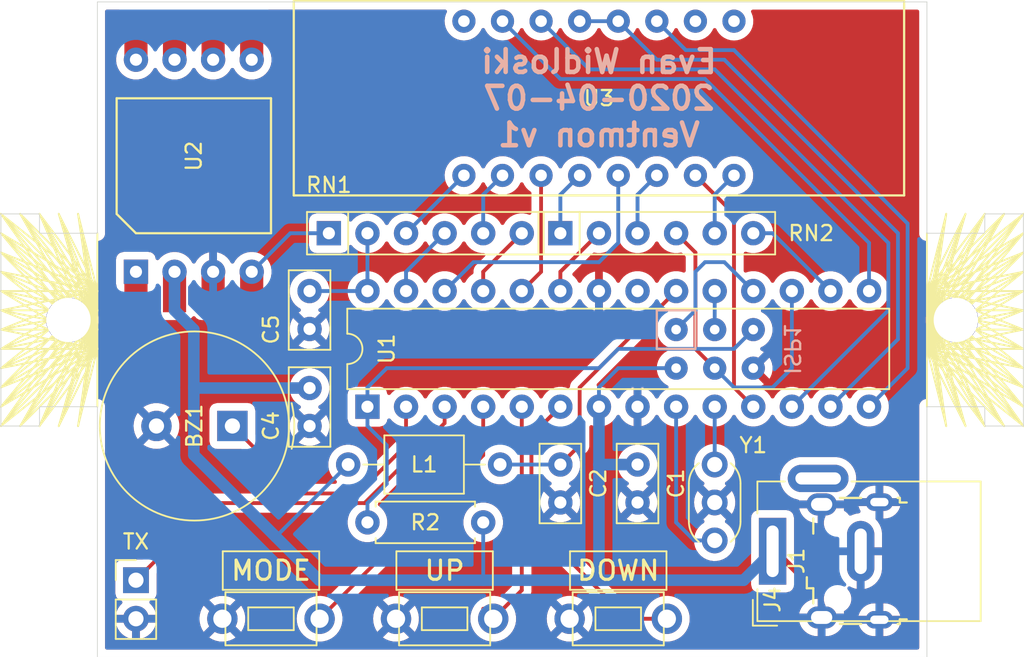
<source format=kicad_pcb>
(kicad_pcb (version 20200104) (host pcbnew "5.99.0-unknown-r17607-a0698723")
  (layers (0 "F.Cu" signal) (31 "B.Cu" signal) (34 "B.Paste" user) (35 "F.Paste" user) (36 "B.SilkS" user) (37 "F.SilkS" user) (38 "B.Mask" user) (39 "F.Mask" user) (44 "Edge.Cuts" user hide))
  (net 0 "")
  (net 1 "Net-(SW1-Pad1)")
  (net 2 "Net-(SW2-Pad1)")
  (net 3 "Net-(SW3-Pad1)")
  (net 4 "GND")
  (net 5 "+5V")
  (net 6 "/DIG4")
  (net 7 "/DIG3")
  (net 8 "/DIG:")
  (net 9 "Net-(RN1-Pad5)")
  (net 10 "/DIG2")
  (net 11 "Net-(RN1-Pad3)")
  (net 12 "/DIG1")
  (net 13 "Net-(RN1-Pad1)")
  (net 14 "Net-(U1-Pad10)")
  (net 15 "Net-(U1-Pad9)")
  (net 16 "/g")
  (net 17 "/a")
  (net 18 "/c")
  (net 19 "/f")
  (net 20 "/DP")
  (net 21 "/e")
  (net 22 "/d")
  (net 23 "/MISO")
  (net 24 "/PRES")
  (net 25 "Net-(J3-Pad1)")
  (net 26 "/RST")
  (net 27 "Net-(RN2-Pad5)")
  (net 28 "Net-(RN2-Pad1)")
  (net 29 "/SCK")
  (net 30 "Net-(BZ1-Pad1)")
  (net 31 "Net-(C2-Pad1)")
  (net 32 "Net-(RN2-Pad3)")
  (module "Resistor_THT:R_Array_SIP6" (layer "F.Cu") (at 147.32 76.2)
    (fp_text reference "RN2" (at 16.51 0) (layer "F.SilkS"))
    (fp_text value "680")
    (pad "6" thru_hole oval (at 12.7 0) (size 1.6 1.6) (drill 0.8) (layers *.Cu *.Mask) (net 6 "/DIG4"))
    (pad "5" thru_hole oval (at 10.16 0) (size 1.6 1.6) (drill 0.8) (layers *.Cu *.Mask) (net 27 "Net-(RN2-Pad5)"))
    (pad "4" thru_hole oval (at 7.62 0) (size 1.6 1.6) (drill 0.8) (layers *.Cu *.Mask) (net 7 "/DIG3"))
    (pad "3" thru_hole oval (at 5.08 0) (size 1.6 1.6) (drill 0.8) (layers *.Cu *.Mask) (net 32 "Net-(RN2-Pad3)"))
    (pad "2" thru_hole oval (at 2.54 0) (size 1.6 1.6) (drill 0.8) (layers *.Cu *.Mask) (net 8 "/DIG:"))
    (pad "1" thru_hole rect (at 0 0) (size 1.6 1.6) (drill 0.8) (layers *.Cu *.Mask) (net 28 "Net-(RN2-Pad1)"))
  )
  (module "Connector_USB:USB_Micro-B_Wuerth_629105150521" (layer "F.Cu") (at 166.37 97.79 90)
    (fp_text reference "J1" (at 0 -3.5 90) (layer "F.SilkS"))
    (fp_text value "USB_B_Micro")
    (pad "" np_thru_hole oval (at 2.5 -0.8 90) (size 0.8 0.8) (drill 0.8) (layers *.Cu *.Mask))
    (pad "" np_thru_hole oval (at -2.5 -0.8 90) (size 0.8 0.8) (drill 0.8) (layers *.Cu *.Mask))
    (pad "6" thru_hole oval (at 3.875 1.95 90) (size 1.15 1.8) (drill oval 0.55 1.2) (layers *.Cu *.Mask) (net 4 "GND"))
    (pad "6" thru_hole oval (at -3.875 1.95 90) (size 1.15 1.8) (drill oval 0.55 1.2) (layers *.Cu *.Mask) (net 4 "GND"))
    (pad "6" thru_hole oval (at 3.725 -1.85 90) (size 1.45 2) (drill oval 0.85 1.4) (layers *.Cu *.Mask) (net 4 "GND"))
    (pad "6" thru_hole oval (at -3.725 -1.85 90) (size 1.45 2) (drill oval 0.85 1.4) (layers *.Cu *.Mask) (net 4 "GND"))
    (pad "5" smd rect (at 1.3 -1.9 90) (size 0.45 1.3) (layers "F.Cu" "F.Paste" "F.Mask") (net 4 "GND"))
    (pad "4" smd rect (at 0.65 -1.9 90) (size 0.45 1.3) (layers "F.Cu" "F.Paste" "F.Mask"))
    (pad "3" smd rect (at 0 -1.9 90) (size 0.45 1.3) (layers "F.Cu" "F.Paste" "F.Mask"))
    (pad "2" smd rect (at -0.65 -1.9 90) (size 0.45 1.3) (layers "F.Cu" "F.Paste" "F.Mask"))
    (pad "1" smd rect (at -1.3 -1.9 90) (size 0.45 1.3) (layers "F.Cu" "F.Paste" "F.Mask") (net 5 "+5V"))
  )
  (module "Inductor_THT:L_Axial_L5.0mm_D3.6mm_P10.00mm_Horizontal_Murata_BL01RN1A2A2" (layer "F.Cu") (at 133.35 91.44)
    (fp_text reference "L1" (at 5 0) (layer "F.SilkS"))
    (fp_text value "L")
    (pad "2" thru_hole oval (at 10 0) (size 1.6 1.6) (drill 0.85) (layers *.Cu *.Mask) (net 31 "Net-(C2-Pad1)"))
    (pad "1" thru_hole circle (at 0 0) (size 1.6 1.6) (drill 0.85) (layers *.Cu *.Mask) (net 5 "+5V"))
  )
  (module "Capacitor_THT:C_Disc_D5.0mm_W2.5mm_P2.50mm" (layer "F.Cu") (at 147.32 91.44 -90)
    (fp_text reference "C2" (at 1.25 -2.5 90) (layer "F.SilkS"))
    (fp_text value "C")
    (pad "2" thru_hole circle (at 2.5 0 270) (size 1.6 1.6) (drill 0.8) (layers *.Cu *.Mask) (net 4 "GND"))
    (pad "1" thru_hole circle (at 0 0 270) (size 1.6 1.6) (drill 0.8) (layers *.Cu *.Mask) (net 31 "Net-(C2-Pad1)"))
  )
  (module "Resistor_THT:R_Array_SIP6" (layer "F.Cu") (at 132.08 76.2)
    (fp_text reference "RN1" (at 0 -3.175) (layer "F.SilkS"))
    (fp_text value "680")
    (pad "6" thru_hole oval (at 12.7 0) (size 1.6 1.6) (drill 0.8) (layers *.Cu *.Mask) (net 10 "/DIG2"))
    (pad "5" thru_hole oval (at 10.16 0) (size 1.6 1.6) (drill 0.8) (layers *.Cu *.Mask) (net 9 "Net-(RN1-Pad5)"))
    (pad "4" thru_hole oval (at 7.62 0) (size 1.6 1.6) (drill 0.8) (layers *.Cu *.Mask) (net 12 "/DIG1"))
    (pad "3" thru_hole oval (at 5.08 0) (size 1.6 1.6) (drill 0.8) (layers *.Cu *.Mask) (net 11 "Net-(RN1-Pad3)"))
    (pad "2" thru_hole oval (at 2.54 0) (size 1.6 1.6) (drill 0.8) (layers *.Cu *.Mask) (net 24 "/PRES"))
    (pad "1" thru_hole rect (at 0 0) (size 1.6 1.6) (drill 0.8) (layers *.Cu *.Mask) (net 13 "Net-(RN1-Pad1)"))
  )
  (module "Capacitor_THT:C_Disc_D5.0mm_W2.5mm_P2.50mm" (layer "F.Cu") (at 130.81 80.01 -90)
    (fp_text reference "C5" (at 2.54 2.54 90) (layer "F.SilkS"))
    (fp_text value "C")
    (pad "2" thru_hole circle (at 2.5 0 270) (size 1.6 1.6) (drill 0.8) (layers *.Cu *.Mask) (net 4 "GND"))
    (pad "1" thru_hole circle (at 0 0 270) (size 1.6 1.6) (drill 0.8) (layers *.Cu *.Mask) (net 24 "/PRES"))
  )
  (module "Resistor_THT:R_Axial_DIN0207_L6.3mm_D2.5mm_P7.62mm_Horizontal" (layer "F.Cu") (at 142.24 95.25 180)
    (fp_text reference "R2" (at 3.81 0) (layer "F.SilkS"))
    (fp_text value "10k" hide)
    (pad "2" thru_hole oval (at 7.62 0 180) (size 1.6 1.6) (drill 0.8) (layers *.Cu *.Mask) (net 26 "/RST"))
    (pad "1" thru_hole circle (at 0 0 180) (size 1.6 1.6) (drill 0.8) (layers *.Cu *.Mask) (net 5 "+5V"))
  )
  (module "common:DIPSOP-8_W550thou" (layer "F.Cu") (at 119.38 78.74 90)
    (fp_text reference "U2" (at 7.62 3.81 90) (layer "F.SilkS"))
    (fp_text value "MPXV5010")
    (pad "8" smd rect (at 15.367 0 90) (size 2.54 1.524) (layers "F.Cu" "F.Paste" "F.Mask"))
    (pad "7" smd rect (at 15.367 2.54 90) (size 2.54 1.524) (layers "F.Cu" "F.Paste" "F.Mask"))
    (pad "6" smd rect (at 15.367 5.08 90) (size 2.54 1.524) (layers "F.Cu" "F.Paste" "F.Mask"))
    (pad "5" smd rect (at 15.367 7.62 90) (size 2.54 1.524) (layers "F.Cu" "F.Paste" "F.Mask"))
    (pad "4" smd rect (at -1.397 7.62 90) (size 2.54 1.524) (layers "F.Cu" "F.Paste" "F.Mask") (net 13 "Net-(RN1-Pad1)"))
    (pad "3" smd rect (at -1.397 5.08 90) (size 2.54 1.524) (layers "F.Cu" "F.Paste" "F.Mask") (net 4 "GND"))
    (pad "2" smd rect (at -1.397 2.54 90) (size 2.54 1.524) (layers "F.Cu" "F.Paste" "F.Mask") (net 5 "+5V"))
    (pad "1" smd rect (at -1.397 0 90) (size 2.54 1.524) (layers "F.Cu" "F.Paste" "F.Mask"))
    (pad "1" thru_hole rect (at 0 0 90) (size 1.6 1.6) (drill 0.8) (layers *.Cu *.Mask))
    (pad "5" thru_hole oval (at 13.97 7.62 90) (size 1.6 1.6) (drill 0.8) (layers *.Cu *.Mask))
    (pad "2" thru_hole oval (at 0 2.54 90) (size 1.6 1.6) (drill 0.8) (layers *.Cu *.Mask) (net 5 "+5V"))
    (pad "6" thru_hole oval (at 13.97 5.08 90) (size 1.6 1.6) (drill 0.8) (layers *.Cu *.Mask))
    (pad "3" thru_hole oval (at 0 5.08 90) (size 1.6 1.6) (drill 0.8) (layers *.Cu *.Mask) (net 4 "GND"))
    (pad "7" thru_hole oval (at 13.97 2.54 90) (size 1.6 1.6) (drill 0.8) (layers *.Cu *.Mask))
    (pad "4" thru_hole oval (at 0 7.62 90) (size 1.6 1.6) (drill 0.8) (layers *.Cu *.Mask) (net 13 "Net-(RN1-Pad1)"))
    (pad "8" thru_hole oval (at 13.97 0 90) (size 1.6 1.6) (drill 0.8) (layers *.Cu *.Mask))
  )
  (module "common:PTS636 SK43 LFS" (layer "F.Cu") (at 128.27 101.6 180)
    (fp_text reference "SW1" hide)
    (fp_text value "MODE")
    (pad "4" thru_hole circle (at 3.2 0 180) (size 2 2) (drill 1.2) (layers *.Cu *.Mask) (net 4 "GND"))
    (pad "1" thru_hole circle (at -3.2 0 180) (size 2 2) (drill 1.2) (layers *.Cu *.Mask) (net 1 "Net-(SW1-Pad1)"))
  )
  (module "common:PTS636 SK43 LFS" (layer "F.Cu") (at 139.7 101.6 180)
    (fp_text reference "SW2" hide)
    (fp_text value "UP")
    (pad "4" thru_hole circle (at 3.2 0 180) (size 2 2) (drill 1.2) (layers *.Cu *.Mask) (net 4 "GND"))
    (pad "1" thru_hole circle (at -3.2 0 180) (size 2 2) (drill 1.2) (layers *.Cu *.Mask) (net 2 "Net-(SW2-Pad1)"))
  )
  (module "common:PTS636 SK43 LFS" (layer "F.Cu") (at 151.13 101.6 180)
    (fp_text reference "SW3" hide)
    (fp_text value "DOWN")
    (pad "4" thru_hole circle (at 3.2 0 180) (size 2 2) (drill 1.2) (layers *.Cu *.Mask) (net 4 "GND"))
    (pad "1" thru_hole circle (at -3.2 0 180) (size 2 2) (drill 1.2) (layers *.Cu *.Mask) (net 3 "Net-(SW3-Pad1)"))
  )
  (module "common:ISP_POGO" (layer "B.Cu") (at 154.94 82.55 -90)
    (fp_text reference "ISP1" (at 1.27 -7.62 -90 unlocked) (layer "B.SilkS") (effects (justify mirror)))
    (fp_text value "AVR-ISP-6")
    (pad "6" thru_hole circle (at 2.54 -5.08 270) (size 1.524 1.524) (drill 0.635) (layers *.Cu *.Mask) (net 4 "GND"))
    (pad "5" thru_hole circle (at 0 -5.08 270) (size 1.524 1.524) (drill 0.635) (layers *.Cu *.Mask) (net 26 "/RST"))
    (pad "4" thru_hole circle (at 2.54 -2.54 270) (size 1.524 1.524) (drill 0.635) (layers *.Cu *.Mask) (net 7 "/DIG3"))
    (pad "3" thru_hole circle (at 0 -2.54 270) (size 1.524 1.524) (drill 0.635) (layers *.Cu *.Mask) (net 29 "/SCK"))
    (pad "2" thru_hole circle (at 2.54 0 270) (size 1.524 1.524) (drill 0.635) (layers *.Cu *.Mask) (net 5 "+5V"))
    (pad "1" thru_hole circle (at 0 0 270) (size 1.524 1.524) (drill 0.635) (layers *.Cu *.Mask) (net 23 "/MISO"))
  )
  (module "Connector_BarrelJack:BarrelJack_Wuerth_6941xx301002" (layer "F.Cu") (at 161.29 97.155 90)
    (fp_text reference "J4" (at -3.175 0 90) (layer "F.SilkS"))
    (fp_text value "Barrel_Jack")
    (pad "1" thru_hole rect (at 0 0 90) (size 4.4 1.8) (drill oval 3.4 0.8) (layers *.Cu *.Mask) (net 5 "+5V"))
    (pad "2" thru_hole oval (at 0 5.8 90) (size 4 1.8) (drill oval 3 0.8) (layers *.Cu *.Mask) (net 4 "GND"))
    (pad "3" thru_hole oval (at 4.8 3 180) (size 4 1.8) (drill oval 3 0.8) (layers *.Cu *.Mask))
  )
  (module "Package_DIP:DIP-28_W7.62mm" (layer "F.Cu") (at 134.62 87.63 90)
    (fp_text reference "U1" (at 3.81 1.27 90) (layer "F.SilkS"))
    (fp_text value "ATmega328P-PU")
    (pad "28" thru_hole oval (at 7.62 0 90) (size 1.6 1.6) (drill 0.8) (layers *.Cu *.Mask) (net 24 "/PRES"))
    (pad "14" thru_hole oval (at 0 33.02 90) (size 1.6 1.6) (drill 0.8) (layers *.Cu *.Mask) (net 19 "/f"))
    (pad "27" thru_hole oval (at 7.62 2.54 90) (size 1.6 1.6) (drill 0.8) (layers *.Cu *.Mask) (net 12 "/DIG1"))
    (pad "13" thru_hole oval (at 0 30.48 90) (size 1.6 1.6) (drill 0.8) (layers *.Cu *.Mask) (net 18 "/c"))
    (pad "26" thru_hole oval (at 7.62 5.08 90) (size 1.6 1.6) (drill 0.8) (layers *.Cu *.Mask) (net 21 "/e"))
    (pad "12" thru_hole oval (at 0 27.94 90) (size 1.6 1.6) (drill 0.8) (layers *.Cu *.Mask) (net 17 "/a"))
    (pad "25" thru_hole oval (at 7.62 7.62 90) (size 1.6 1.6) (drill 0.8) (layers *.Cu *.Mask) (net 10 "/DIG2"))
    (pad "11" thru_hole oval (at 0 25.4 90) (size 1.6 1.6) (drill 0.8) (layers *.Cu *.Mask) (net 20 "/DP"))
    (pad "24" thru_hole oval (at 7.62 10.16 90) (size 1.6 1.6) (drill 0.8) (layers *.Cu *.Mask) (net 22 "/d"))
    (pad "10" thru_hole oval (at 0 22.86 90) (size 1.6 1.6) (drill 0.8) (layers *.Cu *.Mask) (net 14 "Net-(U1-Pad10)"))
    (pad "23" thru_hole oval (at 7.62 12.7 90) (size 1.6 1.6) (drill 0.8) (layers *.Cu *.Mask) (net 8 "/DIG:"))
    (pad "9" thru_hole oval (at 0 20.32 90) (size 1.6 1.6) (drill 0.8) (layers *.Cu *.Mask) (net 15 "Net-(U1-Pad9)"))
    (pad "22" thru_hole oval (at 7.62 15.24 90) (size 1.6 1.6) (drill 0.8) (layers *.Cu *.Mask) (net 4 "GND"))
    (pad "8" thru_hole oval (at 0 17.78 90) (size 1.6 1.6) (drill 0.8) (layers *.Cu *.Mask) (net 4 "GND"))
    (pad "21" thru_hole oval (at 7.62 17.78 90) (size 1.6 1.6) (drill 0.8) (layers *.Cu *.Mask))
    (pad "7" thru_hole oval (at 0 15.24 90) (size 1.6 1.6) (drill 0.8) (layers *.Cu *.Mask) (net 5 "+5V"))
    (pad "20" thru_hole oval (at 7.62 20.32 90) (size 1.6 1.6) (drill 0.8) (layers *.Cu *.Mask) (net 31 "Net-(C2-Pad1)"))
    (pad "6" thru_hole oval (at 0 12.7 90) (size 1.6 1.6) (drill 0.8) (layers *.Cu *.Mask) (net 3 "Net-(SW3-Pad1)"))
    (pad "19" thru_hole oval (at 7.62 22.86 90) (size 1.6 1.6) (drill 0.8) (layers *.Cu *.Mask) (net 29 "/SCK"))
    (pad "5" thru_hole oval (at 0 10.16 90) (size 1.6 1.6) (drill 0.8) (layers *.Cu *.Mask) (net 2 "Net-(SW2-Pad1)"))
    (pad "18" thru_hole oval (at 7.62 25.4 90) (size 1.6 1.6) (drill 0.8) (layers *.Cu *.Mask) (net 23 "/MISO"))
    (pad "4" thru_hole oval (at 0 7.62 90) (size 1.6 1.6) (drill 0.8) (layers *.Cu *.Mask) (net 1 "Net-(SW1-Pad1)"))
    (pad "17" thru_hole oval (at 7.62 27.94 90) (size 1.6 1.6) (drill 0.8) (layers *.Cu *.Mask) (net 7 "/DIG3"))
    (pad "3" thru_hole oval (at 0 5.08 90) (size 1.6 1.6) (drill 0.8) (layers *.Cu *.Mask) (net 25 "Net-(J3-Pad1)"))
    (pad "16" thru_hole oval (at 7.62 30.48 90) (size 1.6 1.6) (drill 0.8) (layers *.Cu *.Mask) (net 6 "/DIG4"))
    (pad "2" thru_hole oval (at 0 2.54 90) (size 1.6 1.6) (drill 0.8) (layers *.Cu *.Mask) (net 30 "Net-(BZ1-Pad1)"))
    (pad "15" thru_hole oval (at 7.62 33.02 90) (size 1.6 1.6) (drill 0.8) (layers *.Cu *.Mask) (net 16 "/g"))
    (pad "1" thru_hole rect (at 0 0 90) (size 1.6 1.6) (drill 0.8) (layers *.Cu *.Mask) (net 26 "/RST"))
  )
  (module "Connector_PinHeader_2.54mm:PinHeader_1x02_P2.54mm_Vertical" (layer "F.Cu") (at 119.38 99.06)
    (fp_text reference "TX" (at 0 -2.54) (layer "F.SilkS"))
    (fp_text value "CONSOLE")
    (pad "2" thru_hole oval (at 0 2.54) (size 1.7 1.7) (drill 1) (layers *.Cu *.Mask) (net 4 "GND"))
    (pad "1" thru_hole rect (at 0 0) (size 1.7 1.7) (drill 1) (layers *.Cu *.Mask) (net 25 "Net-(J3-Pad1)"))
  )
  (module "Buzzer_Beeper:Buzzer_TDK_PS1240P02BT_D12.2mm_H6.5mm" (layer "F.Cu") (at 125.73 88.9 180)
    (fp_text reference "BZ1" (at 2.5 0 90) (layer "F.SilkS"))
    (fp_text value "Piezo")
    (pad "2" thru_hole circle (at 5 0 180) (size 2 2) (drill 1) (layers *.Cu *.Mask) (net 4 "GND"))
    (pad "1" thru_hole rect (at 0 0 180) (size 2 2) (drill 1) (layers *.Cu *.Mask) (net 30 "Net-(BZ1-Pad1)"))
  )
  (module "Capacitor_THT:C_Disc_D5.0mm_W2.5mm_P2.50mm" (layer "F.Cu") (at 130.81 86.4 -90)
    (fp_text reference "C4" (at 2.5 2.54 90) (layer "F.SilkS"))
    (fp_text value "C")
    (pad "2" thru_hole circle (at 2.5 0 270) (size 1.6 1.6) (drill 0.8) (layers *.Cu *.Mask) (net 4 "GND"))
    (pad "1" thru_hole circle (at 0 0 270) (size 1.6 1.6) (drill 0.8) (layers *.Cu *.Mask) (net 5 "+5V"))
  )
  (module "common:LTC-4627" (layer "F.Cu") (at 149.86 67.31)
    (fp_text reference "U3" (at 0 0 unlocked) (layer "F.SilkS"))
    (fp_text value "LTC-4627")
    (pad "16" thru_hole circle (at -8.89 -5.08) (size 1.524 1.524) (drill 0.762) (layers *.Cu *.Mask))
    (pad "15" thru_hole circle (at -6.35 -5.08) (size 1.524 1.524) (drill 0.762) (layers *.Cu *.Mask) (net 16 "/g"))
    (pad "14" thru_hole circle (at -3.81 -5.08) (size 1.524 1.524) (drill 0.762) (layers *.Cu *.Mask) (net 17 "/a"))
    (pad "13" thru_hole circle (at -1.27 -5.08) (size 1.524 1.524) (drill 0.762) (layers *.Cu *.Mask) (net 18 "/c"))
    (pad "12" thru_hole circle (at 1.27 -5.08) (size 1.524 1.524) (drill 0.762) (layers *.Cu *.Mask) (net 18 "/c"))
    (pad "11" thru_hole circle (at 3.81 -5.08) (size 1.524 1.524) (drill 0.762) (layers *.Cu *.Mask) (net 19 "/f"))
    (pad "10" thru_hole circle (at 6.35 -5.08) (size 1.524 1.524) (drill 0.762) (layers *.Cu *.Mask))
    (pad "9" thru_hole circle (at 8.89 -5.08) (size 1.524 1.524) (drill 0.762) (layers *.Cu *.Mask))
    (pad "8" thru_hole circle (at 8.89 5.08) (size 1.524 1.524) (drill 0.762) (layers *.Cu *.Mask) (net 27 "Net-(RN2-Pad5)"))
    (pad "7" thru_hole circle (at 6.35 5.08) (size 1.524 1.524) (drill 0.762) (layers *.Cu *.Mask) (net 20 "/DP"))
    (pad "6" thru_hole circle (at 3.81 5.08) (size 1.524 1.524) (drill 0.762) (layers *.Cu *.Mask) (net 32 "Net-(RN2-Pad3)"))
    (pad "5" thru_hole circle (at 1.27 5.08) (size 1.524 1.524) (drill 0.762) (layers *.Cu *.Mask) (net 21 "/e"))
    (pad "4" thru_hole circle (at -1.27 5.08) (size 1.524 1.524) (drill 0.762) (layers *.Cu *.Mask) (net 28 "Net-(RN2-Pad1)"))
    (pad "3" thru_hole circle (at -3.81 5.08) (size 1.524 1.524) (drill 0.762) (layers *.Cu *.Mask) (net 22 "/d"))
    (pad "2" thru_hole circle (at -6.35 5.08) (size 1.524 1.524) (drill 0.762) (layers *.Cu *.Mask) (net 9 "Net-(RN1-Pad5)"))
    (pad "1" thru_hole circle (at -8.89 5.08) (size 1.524 1.524) (drill 0.762) (layers *.Cu *.Mask) (net 11 "Net-(RN1-Pad3)"))
  )
  (module "Capacitor_THT:C_Disc_D5.0mm_W2.5mm_P2.50mm" (layer "F.Cu") (at 152.4 91.44 -90)
    (fp_text reference "C1" (at 1.25 -2.54 90) (layer "F.SilkS"))
    (fp_text value "C")
    (pad "2" thru_hole circle (at 2.5 0 270) (size 1.6 1.6) (drill 0.8) (layers *.Cu *.Mask) (net 4 "GND"))
    (pad "1" thru_hole circle (at 0 0 270) (size 1.6 1.6) (drill 0.8) (layers *.Cu *.Mask) (net 5 "+5V"))
  )
  (module "Crystal:Resonator_muRata_CSTLSxxxX-3Pin_W5.5mm_H3.0mm" (layer "F.Cu") (at 157.48 91.44 -90)
    (fp_text reference "Y1" (at -1.27 -2.54) (layer "F.SilkS"))
    (fp_text value "Resonator_Small" hide)
    (pad "3" thru_hole circle (at 5 0 270) (size 1.7 1.7) (drill 1) (layers *.Cu *.Mask) (net 15 "Net-(U1-Pad9)"))
    (pad "2" thru_hole circle (at 2.5 0 270) (size 1.7 1.7) (drill 1) (layers *.Cu *.Mask) (net 4 "GND"))
    (pad "1" thru_hole circle (at 0 0 270) (size 1.7 1.7) (drill 1) (layers *.Cu *.Mask) (net 14 "Net-(U1-Pad10)"))
  )
  (gr_line (start 177.8 74.93) (end 171.45 83.82) (layer "F.SilkS") (width 0.12))
  (gr_line (start 176.53 74.93) (end 171.45 83.82) (layer "F.SilkS") (width 0.12))
  (gr_line (start 175.26 74.93) (end 171.45 83.82) (layer "F.SilkS") (width 0.12))
  (gr_line (start 116.84 83.82) (end 115.57 74.93) (layer "F.SilkS") (width 0.12))
  (gr_line (start 116.84 82.55) (end 115.57 74.93) (layer "F.SilkS") (width 0.12))
  (gr_line (start 116.84 80.01) (end 115.57 74.93) (layer "F.SilkS") (width 0.12))
  (gr_line (start 116.84 81.28) (end 115.57 74.93) (layer "F.SilkS") (width 0.12))
  (gr_line (start 116.84 80.01) (end 115.57 88.9) (layer "F.SilkS") (width 0.12))
  (gr_line (start 115.57 88.9) (end 116.84 81.28) (layer "F.SilkS") (width 0.12))
  (gr_line (start 116.84 82.55) (end 115.57 88.9) (layer "F.SilkS") (width 0.12))
  (gr_line (start 115.57 88.9) (end 116.84 83.82) (layer "F.SilkS") (width 0.12))
  (gr_line (start 116.84 80.01) (end 113.03 88.9) (layer "F.SilkS") (width 0.12))
  (gr_line (start 116.84 80.01) (end 111.76 88.9) (layer "F.SilkS") (width 0.12))
  (gr_line (start 116.84 80.01) (end 110.49 88.9) (layer "F.SilkS") (width 0.12))
  (gr_line (start 171.45 80.01) (end 172.72 88.9) (layer "F.SilkS") (width 0.12))
  (gr_line (start 172.72 88.9) (end 171.45 81.28) (layer "F.SilkS") (width 0.12))
  (gr_line (start 171.45 82.55) (end 172.72 88.9) (layer "F.SilkS") (width 0.12))
  (gr_line (start 172.72 88.9) (end 171.45 83.82) (layer "F.SilkS") (width 0.12))
  (gr_line (start 172.72 74.93) (end 171.45 83.82) (layer "F.SilkS") (width 0.12))
  (gr_line (start 171.45 82.55) (end 172.72 74.93) (layer "F.SilkS") (width 0.12))
  (gr_line (start 172.72 74.93) (end 171.45 81.28) (layer "F.SilkS") (width 0.12))
  (gr_line (start 171.45 80.01) (end 172.72 74.93) (layer "F.SilkS") (width 0.12))
  (gr_line (start 171.45 83.82) (end 177.8 78.74) (layer "F.SilkS") (width 0.12))
  (gr_line (start 171.45 81.28) (end 175.26 88.9) (layer "F.SilkS") (width 0.12))
  (gr_line (start 171.45 81.28) (end 177.8 86.36) (layer "F.SilkS") (width 0.12))
  (gr_line (start 171.45 80.01) (end 173.99 88.9) (layer "F.SilkS") (width 0.12))
  (gr_line (start 171.45 80.01) (end 177.8 78.74) (layer "F.SilkS") (width 0.12))
  (gr_line (start 171.45 81.28) (end 176.53 88.9) (layer "F.SilkS") (width 0.12))
  (gr_line (start 171.45 82.55) (end 176.53 88.9) (layer "F.SilkS") (width 0.12))
  (gr_line (start 171.45 80.01) (end 176.53 88.9) (layer "F.SilkS") (width 0.12))
  (gr_line (start 171.45 83.82) (end 176.53 88.9) (layer "F.SilkS") (width 0.12))
  (gr_line (start 171.45 81.28) (end 175.26 74.93) (layer "F.SilkS") (width 0.12))
  (gr_line (start 171.45 80.01) (end 176.53 74.93) (layer "F.SilkS") (width 0.12))
  (gr_line (start 171.45 81.28) (end 177.8 78.74) (layer "F.SilkS") (width 0.12))
  (gr_line (start 171.45 80.01) (end 177.8 83.82) (layer "F.SilkS") (width 0.12))
  (gr_line (start 171.45 83.82) (end 177.8 87.63) (layer "F.SilkS") (width 0.12))
  (gr_line (start 171.45 82.55) (end 173.99 88.9) (layer "F.SilkS") (width 0.12))
  (gr_line (start 171.45 82.55) (end 177.8 76.2) (layer "F.SilkS") (width 0.12))
  (gr_line (start 171.45 81.28) (end 173.99 74.93) (layer "F.SilkS") (width 0.12))
  (gr_line (start 171.45 82.55) (end 177.8 83.82) (layer "F.SilkS") (width 0.12))
  (gr_line (start 171.45 83.82) (end 175.26 88.9) (layer "F.SilkS") (width 0.12))
  (gr_line (start 171.45 82.55) (end 177.8 81.28) (layer "F.SilkS") (width 0.12))
  (gr_line (start 177.8 88.9) (end 171.45 80.01) (layer "F.SilkS") (width 0.12))
  (gr_line (start 171.45 80.01) (end 177.8 76.2) (layer "F.SilkS") (width 0.12))
  (gr_line (start 171.45 82.55) (end 176.53 74.93) (layer "F.SilkS") (width 0.12))
  (gr_line (start 171.45 82.55) (end 177.8 85.09) (layer "F.SilkS") (width 0.12))
  (gr_line (start 171.45 81.28) (end 173.99 88.9) (layer "F.SilkS") (width 0.12))
  (gr_line (start 171.45 82.55) (end 175.26 88.9) (layer "F.SilkS") (width 0.12))
  (gr_line (start 175.26 88.9) (end 171.45 80.01) (layer "F.SilkS") (width 0.12))
  (gr_line (start 171.45 83.82) (end 177.8 86.36) (layer "F.SilkS") (width 0.12))
  (gr_line (start 171.45 82.55) (end 177.8 87.63) (layer "F.SilkS") (width 0.12))
  (gr_line (start 171.45 82.55) (end 177.8 80.01) (layer "F.SilkS") (width 0.12))
  (gr_line (start 171.45 80.01) (end 177.8 82.55) (layer "F.SilkS") (width 0.12))
  (gr_line (start 171.45 82.55) (end 177.8 86.36) (layer "F.SilkS") (width 0.12))
  (gr_line (start 171.45 83.82) (end 177.8 83.82) (layer "F.SilkS") (width 0.12))
  (gr_line (start 171.45 81.28) (end 177.8 74.93) (layer "F.SilkS") (width 0.12))
  (gr_line (start 171.45 83.82) (end 177.8 77.47) (layer "F.SilkS") (width 0.12))
  (gr_line (start 171.45 80.01) (end 173.99 74.93) (layer "F.SilkS") (width 0.12))
  (gr_line (start 171.45 82.55) (end 177.8 74.93) (layer "F.SilkS") (width 0.12))
  (gr_line (start 171.45 81.28) (end 177.8 83.82) (layer "F.SilkS") (width 0.12))
  (gr_line (start 171.45 81.28) (end 177.8 85.09) (layer "F.SilkS") (width 0.12))
  (gr_line (start 171.45 83.82) (end 177.8 82.55) (layer "F.SilkS") (width 0.12))
  (gr_line (start 171.45 82.55) (end 177.8 82.55) (layer "F.SilkS") (width 0.12))
  (gr_line (start 171.45 80.01) (end 175.26 74.93) (layer "F.SilkS") (width 0.12))
  (gr_line (start 171.45 83.82) (end 177.8 88.9) (layer "F.SilkS") (width 0.12))
  (gr_line (start 171.45 83.82) (end 177.8 76.2) (layer "F.SilkS") (width 0.12))
  (gr_line (start 171.45 81.28) (end 177.8 80.01) (layer "F.SilkS") (width 0.12))
  (gr_line (start 171.45 81.28) (end 177.8 88.9) (layer "F.SilkS") (width 0.12))
  (gr_line (start 171.45 82.55) (end 175.26 74.93) (layer "F.SilkS") (width 0.12))
  (gr_line (start 171.45 80.01) (end 177.8 85.09) (layer "F.SilkS") (width 0.12))
  (gr_line (start 171.45 80.01) (end 177.8 80.01) (layer "F.SilkS") (width 0.12))
  (gr_line (start 171.45 80.01) (end 177.8 81.28) (layer "F.SilkS") (width 0.12))
  (gr_line (start 171.45 83.82) (end 177.8 80.01) (layer "F.SilkS") (width 0.12))
  (gr_line (start 171.45 82.55) (end 173.99 74.93) (layer "F.SilkS") (width 0.12))
  (gr_line (start 171.45 83.82) (end 173.99 74.93) (layer "F.SilkS") (width 0.12))
  (gr_line (start 171.45 81.28) (end 177.8 76.2) (layer "F.SilkS") (width 0.12))
  (gr_line (start 171.45 82.55) (end 177.8 88.9) (layer "F.SilkS") (width 0.12))
  (gr_line (start 171.45 81.28) (end 177.8 77.47) (layer "F.SilkS") (width 0.12))
  (gr_line (start 171.45 81.28) (end 176.53 74.93) (layer "F.SilkS") (width 0.12))
  (gr_line (start 177.8 86.36) (end 171.45 80.01) (layer "F.SilkS") (width 0.12))
  (gr_line (start 171.45 80.01) (end 177.8 77.47) (layer "F.SilkS") (width 0.12))
  (gr_line (start 171.45 81.28) (end 177.8 87.63) (layer "F.SilkS") (width 0.12))
  (gr_line (start 171.45 81.28) (end 177.8 81.28) (layer "F.SilkS") (width 0.12))
  (gr_line (start 171.45 83.82) (end 177.8 81.28) (layer "F.SilkS") (width 0.12))
  (gr_line (start 171.45 82.55) (end 177.8 77.47) (layer "F.SilkS") (width 0.12))
  (gr_line (start 171.45 83.82) (end 173.99 88.9) (layer "F.SilkS") (width 0.12))
  (gr_line (start 171.45 80.01) (end 177.8 87.63) (layer "F.SilkS") (width 0.12))
  (gr_line (start 171.45 80.01) (end 177.8 74.93) (layer "F.SilkS") (width 0.12))
  (gr_line (start 171.45 83.82) (end 177.8 85.09) (layer "F.SilkS") (width 0.12))
  (gr_line (start 171.45 81.28) (end 177.8 82.55) (layer "F.SilkS") (width 0.12))
  (gr_line (start 171.45 82.55) (end 177.8 78.74) (layer "F.SilkS") (width 0.12))
  (gr_line (start 116.84 80.01) (end 110.49 85.09) (layer "F.SilkS") (width 0.12))
  (gr_line (start 116.84 82.55) (end 113.03 74.93) (layer "F.SilkS") (width 0.12))
  (gr_line (start 116.84 82.55) (end 110.49 77.47) (layer "F.SilkS") (width 0.12))
  (gr_line (start 116.84 83.82) (end 114.3 74.93) (layer "F.SilkS") (width 0.12))
  (gr_line (start 116.84 83.82) (end 110.49 85.09) (layer "F.SilkS") (width 0.12))
  (gr_line (start 116.84 82.55) (end 111.76 74.93) (layer "F.SilkS") (width 0.12))
  (gr_line (start 116.84 81.28) (end 111.76 74.93) (layer "F.SilkS") (width 0.12))
  (gr_line (start 116.84 83.82) (end 111.76 74.93) (layer "F.SilkS") (width 0.12))
  (gr_line (start 116.84 80.01) (end 111.76 74.93) (layer "F.SilkS") (width 0.12))
  (gr_line (start 116.84 82.55) (end 113.03 88.9) (layer "F.SilkS") (width 0.12))
  (gr_line (start 116.84 83.82) (end 111.76 88.9) (layer "F.SilkS") (width 0.12))
  (gr_line (start 116.84 82.55) (end 110.49 85.09) (layer "F.SilkS") (width 0.12))
  (gr_line (start 116.84 83.82) (end 110.49 80.01) (layer "F.SilkS") (width 0.12))
  (gr_line (start 116.84 80.01) (end 110.49 76.2) (layer "F.SilkS") (width 0.12))
  (gr_line (start 116.84 81.28) (end 114.3 74.93) (layer "F.SilkS") (width 0.12))
  (gr_line (start 116.84 81.28) (end 110.49 87.63) (layer "F.SilkS") (width 0.12))
  (gr_line (start 116.84 82.55) (end 114.3 88.9) (layer "F.SilkS") (width 0.12))
  (gr_line (start 116.84 81.28) (end 110.49 80.01) (layer "F.SilkS") (width 0.12))
  (gr_line (start 116.84 80.01) (end 113.03 74.93) (layer "F.SilkS") (width 0.12))
  (gr_line (start 116.84 81.28) (end 110.49 82.55) (layer "F.SilkS") (width 0.12))
  (gr_line (start 110.49 74.93) (end 116.84 83.82) (layer "F.SilkS") (width 0.12))
  (gr_line (start 116.84 83.82) (end 110.49 87.63) (layer "F.SilkS") (width 0.12))
  (gr_line (start 116.84 81.28) (end 111.76 88.9) (layer "F.SilkS") (width 0.12))
  (gr_line (start 116.84 81.28) (end 110.49 78.74) (layer "F.SilkS") (width 0.12))
  (gr_line (start 116.84 82.55) (end 114.3 74.93) (layer "F.SilkS") (width 0.12))
  (gr_line (start 116.84 81.28) (end 113.03 74.93) (layer "F.SilkS") (width 0.12))
  (gr_line (start 113.03 74.93) (end 116.84 83.82) (layer "F.SilkS") (width 0.12))
  (gr_line (start 116.84 80.01) (end 110.49 77.47) (layer "F.SilkS") (width 0.12))
  (gr_line (start 116.84 81.28) (end 110.49 76.2) (layer "F.SilkS") (width 0.12))
  (gr_line (start 116.84 81.28) (end 110.49 83.82) (layer "F.SilkS") (width 0.12))
  (gr_line (start 116.84 83.82) (end 110.49 81.28) (layer "F.SilkS") (width 0.12))
  (gr_line (start 116.84 81.28) (end 110.49 77.47) (layer "F.SilkS") (width 0.12))
  (gr_line (start 116.84 80.01) (end 110.49 80.01) (layer "F.SilkS") (width 0.12))
  (gr_line (start 116.84 82.55) (end 110.49 88.9) (layer "F.SilkS") (width 0.12))
  (gr_line (start 116.84 80.01) (end 110.49 86.36) (layer "F.SilkS") (width 0.12))
  (gr_line (start 116.84 83.82) (end 114.3 88.9) (layer "F.SilkS") (width 0.12))
  (gr_line (start 116.84 81.28) (end 110.49 88.9) (layer "F.SilkS") (width 0.12))
  (gr_line (start 116.84 82.55) (end 110.49 80.01) (layer "F.SilkS") (width 0.12))
  (gr_line (start 116.84 82.55) (end 110.49 78.74) (layer "F.SilkS") (width 0.12))
  (gr_line (start 116.84 80.01) (end 110.49 81.28) (layer "F.SilkS") (width 0.12))
  (gr_line (start 116.84 81.28) (end 110.49 81.28) (layer "F.SilkS") (width 0.12))
  (gr_line (start 116.84 83.82) (end 113.03 88.9) (layer "F.SilkS") (width 0.12))
  (gr_line (start 116.84 80.01) (end 110.49 74.93) (layer "F.SilkS") (width 0.12))
  (gr_line (start 116.84 80.01) (end 110.49 87.63) (layer "F.SilkS") (width 0.12))
  (gr_line (start 116.84 82.55) (end 110.49 83.82) (layer "F.SilkS") (width 0.12))
  (gr_line (start 116.84 82.55) (end 110.49 74.93) (layer "F.SilkS") (width 0.12))
  (gr_line (start 116.84 81.28) (end 113.03 88.9) (layer "F.SilkS") (width 0.12))
  (gr_line (start 116.84 83.82) (end 110.49 78.74) (layer "F.SilkS") (width 0.12))
  (gr_line (start 116.84 83.82) (end 110.49 83.82) (layer "F.SilkS") (width 0.12))
  (gr_line (start 116.84 83.82) (end 110.49 82.55) (layer "F.SilkS") (width 0.12))
  (gr_line (start 116.84 80.01) (end 110.49 83.82) (layer "F.SilkS") (width 0.12))
  (gr_line (start 116.84 81.28) (end 114.3 88.9) (layer "F.SilkS") (width 0.12))
  (gr_line (start 116.84 80.01) (end 114.3 88.9) (layer "F.SilkS") (width 0.12))
  (gr_line (start 116.84 82.55) (end 110.49 87.63) (layer "F.SilkS") (width 0.12))
  (gr_line (start 116.84 81.28) (end 110.49 74.93) (layer "F.SilkS") (width 0.12))
  (gr_line (start 116.84 82.55) (end 110.49 86.36) (layer "F.SilkS") (width 0.12))
  (gr_line (start 116.84 82.55) (end 111.76 88.9) (layer "F.SilkS") (width 0.12))
  (gr_line (start 110.49 77.47) (end 116.84 83.82) (layer "F.SilkS") (width 0.12))
  (gr_line (start 116.84 83.82) (end 110.49 86.36) (layer "F.SilkS") (width 0.12))
  (gr_line (start 116.84 82.55) (end 110.49 76.2) (layer "F.SilkS") (width 0.12))
  (gr_line (start 116.84 82.55) (end 110.49 82.55) (layer "F.SilkS") (width 0.12))
  (gr_line (start 116.84 80.01) (end 110.49 82.55) (layer "F.SilkS") (width 0.12))
  (gr_line (start 116.84 81.28) (end 110.49 86.36) (layer "F.SilkS") (width 0.12))
  (gr_line (start 116.84 80.01) (end 114.3 74.93) (layer "F.SilkS") (width 0.12))
  (gr_line (start 116.84 83.82) (end 110.49 76.2) (layer "F.SilkS") (width 0.12))
  (gr_line (start 116.84 83.82) (end 110.49 88.9) (layer "F.SilkS") (width 0.12))
  (gr_line (start 116.84 80.01) (end 110.49 78.74) (layer "F.SilkS") (width 0.12))
  (gr_line (start 116.84 82.55) (end 110.49 81.28) (layer "F.SilkS") (width 0.12))
  (gr_line (start 116.84 81.28) (end 110.49 85.09) (layer "F.SilkS") (width 0.12))
  (gr_line (start 116.84 76.2) (end 116.84 87.63) (layer "F.SilkS") (width 0.12))
  (gr_line (start 171.45 76.2) (end 171.45 87.63) (layer "F.SilkS") (width 0.12))
  (gr_line (start 177.8 74.93) (end 177.8 88.9) (layer "Edge.Cuts") (width 0.05))
  (gr_text "Evan Widloski\n2020-04-07\nVentmon v1" (at 149.86 67.31) (layer "B.SilkS") (effects (font (size 1.5 1.5) (thickness 0.3)) (justify mirror)))
  (gr_line (start 110.49 88.9) (end 110.49 74.93) (layer "Edge.Cuts") (width 0.05))
  (gr_line (start 116.84 87.63) (end 113.03 87.63) (layer "Edge.Cuts") (width 0.05))
  (gr_line (start 113.03 76.2) (end 116.84 76.2) (layer "Edge.Cuts") (width 0.05))
  (gr_line (start 110.49 74.93) (end 113.03 74.93) (layer "Edge.Cuts") (width 0.05))
  (gr_line (start 113.03 87.63) (end 113.03 88.9) (layer "Edge.Cuts") (width 0.05))
  (gr_line (start 116.84 76.2) (end 116.84 60.96) (layer "Edge.Cuts") (width 0.05))
  (gr_line (start 116.84 104.14) (end 116.84 87.63) (layer "Edge.Cuts") (width 0.05))
  (gr_line (start 113.03 74.93) (end 113.03 76.2) (layer "Edge.Cuts") (width 0.05))
  (gr_line (start 113.03 88.9) (end 110.49 88.9) (layer "Edge.Cuts") (width 0.05))
  (gr_line (start 175.26 87.63) (end 171.45 87.63) (layer "Edge.Cuts") (width 0.05))
  (gr_line (start 175.26 88.9) (end 175.26 87.63) (layer "Edge.Cuts") (width 0.05))
  (gr_line (start 177.8 88.9) (end 175.26 88.9) (layer "Edge.Cuts") (width 0.05))
  (gr_line (start 175.26 74.93) (end 177.8 74.93) (layer "Edge.Cuts") (width 0.05))
  (gr_line (start 175.26 76.2) (end 175.26 74.93) (layer "Edge.Cuts") (width 0.05))
  (gr_line (start 171.45 76.2) (end 175.26 76.2) (layer "Edge.Cuts") (width 0.05))
  (gr_line (start 171.45 87.63) (end 171.45 104.14) (layer "Edge.Cuts") (width 0.05))
  (gr_line (start 142.875 99.695) (end 136.525 99.695) (layer "F.SilkS") (width 0.12))
  (gr_line (start 142.875 97.155) (end 142.875 99.695) (layer "F.SilkS") (width 0.12))
  (gr_line (start 136.525 97.155) (end 142.875 97.155) (layer "F.SilkS") (width 0.12))
  (gr_line (start 136.525 99.695) (end 136.525 97.155) (layer "F.SilkS") (width 0.12))
  (gr_line (start 147.955 99.695) (end 147.955 97.155) (layer "F.SilkS") (width 0.12))
  (gr_line (start 154.305 99.695) (end 147.955 99.695) (layer "F.SilkS") (width 0.12))
  (gr_line (start 154.305 97.155) (end 154.305 99.695) (layer "F.SilkS") (width 0.12))
  (gr_line (start 147.955 97.155) (end 154.305 97.155) (layer "F.SilkS") (width 0.12))
  (gr_line (start 125.095 99.695) (end 125.095 97.155) (layer "F.SilkS") (width 0.12))
  (gr_line (start 131.445 99.695) (end 125.095 99.695) (layer "F.SilkS") (width 0.12))
  (gr_line (start 131.445 97.155) (end 131.445 99.695) (layer "F.SilkS") (width 0.12))
  (gr_line (start 125.095 97.155) (end 131.445 97.155) (layer "F.SilkS") (width 0.12))
  (gr_text "DOWN\n" (at 151.13 98.425) (layer "F.SilkS") (effects (font (size 1.27 1.27) (thickness 0.2032))))
  (gr_text "UP" (at 139.7 98.425) (layer "F.SilkS") (effects (font (size 1.27 1.27) (thickness 0.2032))))
  (gr_text "MODE" (at 128.27 98.425) (layer "F.SilkS") (effects (font (size 1.27 1.27) (thickness 0.2032))))
  (gr_line (start 171.45 104.14) (end 116.84 104.14) (layer "Edge.Cuts") (width 0.05))
  (gr_line (start 171.45 60.96) (end 171.45 76.2) (layer "Edge.Cuts") (width 0.05))
  (gr_line (start 116.84 60.96) (end 171.45 60.96) (layer "Edge.Cuts") (width 0.05))
  (via (at 114.935 81.915) (size 2.9464) (drill 2.921) (layers "F.Cu" "B.Cu") (net 0))
  (via (at 173.355 81.915) (size 2.9464) (drill 2.921) (layers "F.Cu" "B.Cu") (net 0))
  (segment (start 156.21 83.82) (end 156.21 77.47) (width 0.254) (layer "F.Cu") (net 7))
  (segment (start 156.21 77.47) (end 154.94 76.2) (width 0.254) (layer "F.Cu") (net 7))
  (segment (start 157.48 85.09) (end 156.21 83.82) (width 0.254) (layer "F.Cu") (net 7))
  (segment (start 165.1 80.01) (end 161.29 76.2) (width 0.254) (layer "B.Cu") (net 6))
  (segment (start 161.29 76.2) (end 160.02 76.2) (width 0.254) (layer "B.Cu") (net 6))
  (segment (start 157.48 76.2) (end 157.48 73.66) (width 0.254) (layer "B.Cu") (net 27))
  (segment (start 157.48 73.66) (end 158.75 72.39) (width 0.254) (layer "B.Cu") (net 27))
  (segment (start 152.4 76.2) (end 152.4 73.66) (width 0.254) (layer "B.Cu") (net 32))
  (segment (start 152.4 73.66) (end 153.67 72.39) (width 0.254) (layer "B.Cu") (net 32))
  (segment (start 164.47 99.09) (end 163.439 99.09) (width 0.381) (layer "F.Cu") (net 5))
  (segment (start 163.439 99.09) (end 161.504 97.155) (width 0.381) (layer "F.Cu") (net 5))
  (segment (start 161.504 97.155) (end 161.29 97.155) (width 0.381) (layer "F.Cu") (net 5))
  (segment (start 131.47 101.6) (end 142.24 90.83) (width 0.25) (layer "F.Cu") (net 1))
  (segment (start 142.24 90.83) (end 142.24 87.63) (width 0.25) (layer "F.Cu") (net 1))
  (segment (start 137.16 90.17) (end 137.16 87.63) (width 0.25) (layer "F.Cu") (net 30))
  (segment (start 133.985 93.345) (end 137.16 90.17) (width 0.25) (layer "F.Cu") (net 30))
  (segment (start 130.175 93.345) (end 133.985 93.345) (width 0.25) (layer "F.Cu") (net 30))
  (segment (start 125.73 88.9) (end 130.175 93.345) (width 0.25) (layer "F.Cu") (net 30))
  (segment (start 139.7 88.7095) (end 134.4295 93.98) (width 0.25) (layer "F.Cu") (net 25))
  (segment (start 139.7 87.63) (end 139.7 88.7095) (width 0.25) (layer "F.Cu") (net 25))
  (segment (start 124.46 93.98) (end 119.38 99.06) (width 0.25) (layer "F.Cu") (net 25))
  (segment (start 134.4295 93.98) (end 124.46 93.98) (width 0.25) (layer "F.Cu") (net 25))
  (segment (start 125.65 88.9) (end 125.73 88.9) (width 0.25) (layer "F.Cu") (net 30))
  (segment (start 148.59 86.36) (end 154.94 80.01) (width 0.25) (layer "F.Cu") (net 31))
  (segment (start 148.59 90.17) (end 148.59 86.36) (width 0.25) (layer "F.Cu") (net 31))
  (segment (start 147.32 91.44) (end 148.59 90.17) (width 0.25) (layer "F.Cu") (net 31))
  (segment (start 143.35 91.44) (end 147.32 91.44) (width 0.25) (layer "B.Cu") (net 31))
  (segment (start 143.35 91.44) (end 143.51 91.44) (width 0.25) (layer "B.Cu") (net 31))
  (segment (start 135.89 90.17) (end 134.62 88.9) (width 0.25) (layer "B.Cu") (net 26))
  (segment (start 134.62 88.9) (end 134.62 87.63) (width 0.25) (layer "B.Cu") (net 26))
  (segment (start 135.89 92.71) (end 135.89 90.17) (width 0.25) (layer "B.Cu") (net 26))
  (segment (start 134.62 93.98) (end 135.89 92.71) (width 0.25) (layer "B.Cu") (net 26))
  (segment (start 134.62 95.25) (end 134.62 93.98) (width 0.25) (layer "B.Cu") (net 26))
  (segment (start 142.24 95.25) (end 142.24 99.06) (width 0.25) (layer "B.Cu") (net 5))
  (segment (start 128.5875 96.2025) (end 123.19 90.805) (width 0.762) (layer "B.Cu") (net 5))
  (segment (start 133.35 91.44) (end 128.5875 96.2025) (width 0.25) (layer "B.Cu") (net 5))
  (segment (start 131.445 99.06) (end 128.5875 96.2025) (width 0.762) (layer "B.Cu") (net 5))
  (segment (start 167.09 97.155) (end 167.09 98.264702) (width 0.762) (layer "F.Cu") (net 4))
  (segment (start 167.09 97.155) (end 167.09 96.755299) (width 0.762) (layer "F.Cu") (net 4))
  (segment (start 123.19 82.55) (end 121.92 81.28) (width 0.762) (layer "B.Cu") (net 5))
  (segment (start 121.92 81.28) (end 121.92 78.74) (width 0.762) (layer "B.Cu") (net 5))
  (segment (start 142.9 101.6) (end 142.24 100.94) (width 0.25) (layer "F.Cu") (net 2))
  (segment (start 158.75 77.47) (end 158.75 74.93) (width 0.25) (layer "F.Cu") (net 20))
  (segment (start 151.13 62.23) (end 148.59 62.23) (width 0.25) (layer "B.Cu") (net 18))
  (segment (start 146.05 78.74) (end 146.05 72.39) (width 0.25) (layer "F.Cu") (net 22))
  (segment (start 144.78 80.01) (end 146.05 78.74) (width 0.25) (layer "F.Cu") (net 22))
  (segment (start 156.21 81.28) (end 156.21 78.74) (width 0.25) (layer "B.Cu") (net 23))
  (segment (start 156.845 78.105) (end 158.115 78.105) (width 0.25) (layer "B.Cu") (net 23))
  (segment (start 154.94 82.55) (end 156.21 81.28) (width 0.25) (layer "B.Cu") (net 23))
  (segment (start 156.21 78.74) (end 156.845 78.105) (width 0.25) (layer "B.Cu") (net 23))
  (segment (start 158.115 78.105) (end 160.02 80.01) (width 0.25) (layer "B.Cu") (net 23))
  (segment (start 135.89 85.09) (end 134.62 86.36) (width 0.25) (layer "B.Cu") (net 26))
  (segment (start 151.13 83.82) (end 149.86 85.09) (width 0.25) (layer "B.Cu") (net 26))
  (segment (start 160.02 82.55) (end 158.75 83.82) (width 0.25) (layer "B.Cu") (net 26))
  (segment (start 158.75 83.82) (end 151.13 83.82) (width 0.25) (layer "B.Cu") (net 26))
  (segment (start 149.86 85.09) (end 135.89 85.09) (width 0.25) (layer "B.Cu") (net 26))
  (segment (start 134.62 86.36) (end 134.62 87.63) (width 0.25) (layer "B.Cu") (net 26))
  (segment (start 162.56 85.09) (end 162.56 80.01) (width 0.25) (layer "B.Cu") (net 7))
  (segment (start 161.29 86.36) (end 162.56 85.09) (width 0.25) (layer "B.Cu") (net 7))
  (segment (start 158.75 86.36) (end 161.29 86.36) (width 0.25) (layer "B.Cu") (net 7))
  (segment (start 157.48 85.09) (end 158.75 86.36) (width 0.25) (layer "B.Cu") (net 7))
  (segment (start 157.48 82.55) (end 157.48 80.01) (width 0.25) (layer "B.Cu") (net 29))
  (segment (start 149.86 86.36) (end 151.13 85.09) (width 0.25) (layer "B.Cu") (net 5))
  (segment (start 151.13 85.09) (end 154.94 85.09) (width 0.25) (layer "B.Cu") (net 5))
  (segment (start 149.86 87.63) (end 149.86 86.36) (width 0.25) (layer "B.Cu") (net 5))
  (segment (start 161.29 97.155) (end 159.385 99.06) (width 0.762) (layer "B.Cu") (net 5))
  (segment (start 159.385 99.06) (end 149.86 99.06) (width 0.762) (layer "B.Cu") (net 5))
  (segment (start 152.4 91.44) (end 149.86 91.44) (width 0.762) (layer "B.Cu") (net 5))
  (segment (start 149.86 87.63) (end 149.86 91.44) (width 0.762) (layer "B.Cu") (net 5))
  (segment (start 149.86 91.44) (end 149.86 99.06) (width 0.762) (layer "B.Cu") (net 5))
  (segment (start 158.75 74.93) (end 156.21 72.39) (width 0.254) (layer "F.Cu") (net 20))
  (segment (start 155.575 64.135) (end 153.67 62.23) (width 0.25) (layer "B.Cu") (net 19))
  (segment (start 167.64 87.63) (end 170.18 85.09) (width 0.25) (layer "B.Cu") (net 19))
  (segment (start 158.75 64.135) (end 155.575 64.135) (width 0.25) (layer "B.Cu") (net 19))
  (segment (start 170.18 75.565) (end 158.75 64.135) (width 0.25) (layer "B.Cu") (net 19))
  (segment (start 170.18 85.09) (end 170.18 75.565) (width 0.25) (layer "B.Cu") (net 19))
  (segment (start 153.67 64.77) (end 151.13 62.23) (width 0.25) (layer "B.Cu") (net 18))
  (segment (start 158.115 64.77) (end 153.67 64.77) (width 0.25) (layer "B.Cu") (net 18))
  (segment (start 169.545 76.2) (end 158.115 64.77) (width 0.25) (layer "B.Cu") (net 18))
  (segment (start 165.1 87.63) (end 169.545 83.185) (width 0.25) (layer "B.Cu") (net 18))
  (segment (start 169.545 83.185) (end 169.545 76.2) (width 0.25) (layer "B.Cu") (net 18))
  (segment (start 149.225 65.405) (end 146.05 62.23) (width 0.25) (layer "B.Cu") (net 17))
  (segment (start 162.56 87.63) (end 168.91 81.28) (width 0.25) (layer "B.Cu") (net 17))
  (segment (start 157.48 65.405) (end 149.225 65.405) (width 0.25) (layer "B.Cu") (net 17))
  (segment (start 168.91 76.835) (end 157.48 65.405) (width 0.25) (layer "B.Cu") (net 17))
  (segment (start 168.91 81.28) (end 168.91 76.835) (width 0.25) (layer "B.Cu") (net 17))
  (segment (start 156.845 66.04) (end 147.32 66.04) (width 0.25) (layer "B.Cu") (net 16))
  (segment (start 167.64 80.01) (end 167.64 76.835) (width 0.25) (layer "B.Cu") (net 16))
  (segment (start 147.32 66.04) (end 143.51 62.23) (width 0.25) (layer "B.Cu") (net 16))
  (segment (start 167.64 76.835) (end 156.845 66.04) (width 0.25) (layer "B.Cu") (net 16))
  (segment (start 127 78.74) (end 129.54 76.2) (width 0.254) (layer "B.Cu") (net 13))
  (segment (start 129.54 76.2) (end 132.08 76.2) (width 0.254) (layer "B.Cu") (net 13))
  (segment (start 134.62 76.2) (end 134.62 80.01) (width 0.254) (layer "B.Cu") (net 24))
  (segment (start 134.62 80.01) (end 130.81 80.01) (width 0.254) (layer "B.Cu") (net 24))
  (segment (start 137.16 76.2) (end 140.97 72.39) (width 0.254) (layer "B.Cu") (net 11))
  (segment (start 142.24 73.66) (end 143.51 72.39) (width 0.254) (layer "B.Cu") (net 9))
  (segment (start 142.24 76.2) (end 142.24 73.66) (width 0.254) (layer "B.Cu") (net 9))
  (segment (start 147.32 73.66) (end 148.59 72.39) (width 0.254) (layer "B.Cu") (net 28))
  (segment (start 147.32 76.2) (end 147.32 73.66) (width 0.254) (layer "B.Cu") (net 28))
  (segment (start 137.16 78.74) (end 139.7 76.2) (width 0.254) (layer "B.Cu") (net 12))
  (segment (start 137.16 80.01) (end 137.16 78.74) (width 0.254) (layer "B.Cu") (net 12))
  (segment (start 142.24 78.74) (end 144.78 76.2) (width 0.254) (layer "F.Cu") (net 10))
  (segment (start 142.24 80.01) (end 142.24 78.74) (width 0.254) (layer "F.Cu") (net 10))
  (segment (start 147.32 78.74) (end 149.86 76.2) (width 0.254) (layer "F.Cu") (net 8))
  (segment (start 147.32 80.01) (end 147.32 78.74) (width 0.254) (layer "F.Cu") (net 8))
  (segment (start 139.7 80.01) (end 141.605 78.105) (width 0.254) (layer "B.Cu") (net 21))
  (segment (start 141.605 78.105) (end 149.86 78.105) (width 0.254) (layer "B.Cu") (net 21))
  (segment (start 151.13 76.835) (end 151.13 72.39) (width 0.254) (layer "B.Cu") (net 21))
  (segment (start 149.86 78.105) (end 151.13 76.835) (width 0.254) (layer "B.Cu") (net 21))
  (segment (start 149.86 99.06) (end 142.24 99.06) (width 0.762) (layer "B.Cu") (net 5))
  (segment (start 142.24 99.06) (end 131.445 99.06) (width 0.762) (layer "B.Cu") (net 5))
  (segment (start 123.23 86.4) (end 123.19 86.36) (width 0.762) (layer "B.Cu") (net 5))
  (segment (start 130.81 86.4) (end 123.23 86.4) (width 0.762) (layer "B.Cu") (net 5))
  (segment (start 123.19 90.805) (end 123.19 86.36) (width 0.762) (layer "B.Cu") (net 5))
  (segment (start 123.19 86.36) (end 123.19 82.55) (width 0.762) (layer "B.Cu") (net 5))
  (segment (start 157.48 91.44) (end 157.48 87.63) (width 0.254) (layer "B.Cu") (net 14))
  (segment (start 157.48 96.44) (end 156.13 96.44) (width 0.254) (layer "B.Cu") (net 15))
  (segment (start 154.94 95.25) (end 154.94 87.63) (width 0.254) (layer "B.Cu") (net 15))
  (segment (start 156.13 96.44) (end 154.94 95.25) (width 0.254) (layer "B.Cu") (net 15))
  (segment (start 125.65 88.9) (end 125.73 88.9) (width 0.254) (layer "B.Cu") (net 30))
  (segment (start 142.9 101.6) (end 144.78 99.72) (width 0.254) (layer "F.Cu") (net 2))
  (segment (start 144.78 99.72) (end 144.78 87.63) (width 0.254) (layer "F.Cu") (net 2))
  (segment (start 154.33 101.6) (end 151.765 101.6) (width 0.254) (layer "F.Cu") (net 3))
  (segment (start 151.765 101.6) (end 145.415 95.25) (width 0.254) (layer "F.Cu") (net 3))
  (segment (start 145.415 89.535) (end 147.32 87.63) (width 0.254) (layer "F.Cu") (net 3))
  (segment (start 145.415 95.25) (end 145.415 89.535) (width 0.254) (layer "F.Cu") (net 3))
  (segment (start 158.75 86.36) (end 160.02 87.63) (width 0.254) (layer "F.Cu") (net 20))
  (segment (start 158.75 77.47) (end 158.75 86.36) (width 0.254) (layer "F.Cu") (net 20))
  (zone (net 4) (net_name "GND") (layer "F.Cu") (connect_pads (clearance 0.508)) (min_thickness 0.254) (fill yes (thermal_gap 0.508) (thermal_bridge_width 0.508))
    (polygon (pts (xy 171.45 104.14) (xy 116.84 104.14) (xy 116.84 60.96) (xy 171.45 60.96)))
  )
  (zone (net 4) (net_name "GND") (layer "B.Cu") (connect_pads (clearance 0.508)) (min_thickness 0.254) (fill yes (thermal_gap 0.508) (thermal_bridge_width 0.508))
    (polygon (pts (xy 171.45 104.14) (xy 116.84 104.14) (xy 116.84 60.96) (xy 171.45 60.96)))
  )
)
</source>
